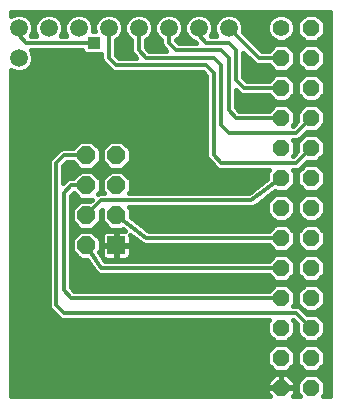
<source format=gbl>
G75*
%MOIN*%
%OFA0B0*%
%FSLAX24Y24*%
%IPPOS*%
%LPD*%
%AMOC8*
5,1,8,0,0,1.08239X$1,22.5*
%
%ADD10R,0.0600X0.0600*%
%ADD11OC8,0.0600*%
%ADD12C,0.0560*%
%ADD13OC8,0.0560*%
%ADD14C,0.0160*%
%ADD15C,0.0591*%
%ADD16C,0.0120*%
%ADD17R,0.0396X0.0396*%
D10*
X004680Y006430D03*
D11*
X004680Y007430D03*
X004680Y008430D03*
X004680Y009430D03*
X003680Y009430D03*
X003680Y008430D03*
X003680Y007430D03*
X003680Y006430D03*
D12*
X010180Y013680D03*
D13*
X010180Y012680D03*
X010180Y011680D03*
X010180Y010680D03*
X010180Y009680D03*
X010180Y008680D03*
X010180Y007680D03*
X010180Y006680D03*
X010180Y005680D03*
X010180Y004680D03*
X010180Y003680D03*
X010180Y002680D03*
X010180Y001680D03*
X011180Y001680D03*
X011180Y002680D03*
X011180Y003680D03*
X011180Y004680D03*
X011180Y005680D03*
X011180Y006680D03*
X011180Y007680D03*
X011180Y008680D03*
X011180Y009680D03*
X011180Y010680D03*
X011180Y011680D03*
X011180Y012680D03*
X011180Y013680D03*
D14*
X001160Y012278D02*
X001160Y001410D01*
X009799Y001410D01*
X009720Y001489D01*
X009720Y001670D01*
X010170Y001670D01*
X010170Y001690D01*
X010170Y002140D01*
X009989Y002140D01*
X009720Y001871D01*
X009720Y001690D01*
X010170Y001690D01*
X010190Y001690D01*
X010190Y002140D01*
X010371Y002140D01*
X010640Y001871D01*
X010640Y001690D01*
X010190Y001690D01*
X010190Y001670D01*
X010640Y001670D01*
X010640Y001489D01*
X010561Y001410D01*
X010799Y001410D01*
X010720Y001489D01*
X010720Y001871D01*
X010989Y002140D01*
X011371Y002140D01*
X011640Y001871D01*
X011640Y001489D01*
X011561Y001410D01*
X011820Y001410D01*
X011820Y014196D01*
X001160Y014196D01*
X001160Y014082D01*
X001161Y014083D01*
X001335Y014155D01*
X001525Y014155D01*
X001699Y014083D01*
X001833Y013949D01*
X001905Y013775D01*
X001905Y013585D01*
X001837Y013420D01*
X002023Y013420D01*
X001955Y013585D01*
X001955Y013775D01*
X002027Y013949D01*
X002161Y014083D01*
X002335Y014155D01*
X002525Y014155D01*
X002699Y014083D01*
X002833Y013949D01*
X002905Y013775D01*
X002905Y013585D01*
X002837Y013420D01*
X003023Y013420D01*
X002955Y013585D01*
X002955Y013775D01*
X003027Y013949D01*
X003161Y014083D01*
X003335Y014155D01*
X003525Y014155D01*
X003699Y014083D01*
X003833Y013949D01*
X003905Y013775D01*
X003905Y013585D01*
X003894Y013558D01*
X003966Y013558D01*
X003955Y013585D01*
X003955Y013775D01*
X004027Y013949D01*
X004161Y014083D01*
X004335Y014155D01*
X004525Y014155D01*
X004699Y014083D01*
X004833Y013949D01*
X004905Y013775D01*
X004905Y013585D01*
X004833Y013411D01*
X004699Y013277D01*
X004670Y013265D01*
X004670Y012779D01*
X004779Y012670D01*
X005351Y012670D01*
X005294Y012727D01*
X005227Y012794D01*
X005190Y012882D01*
X005190Y013265D01*
X005161Y013277D01*
X005027Y013411D01*
X004955Y013585D01*
X004955Y013775D01*
X005027Y013949D01*
X005161Y014083D01*
X005335Y014155D01*
X005525Y014155D01*
X005699Y014083D01*
X005833Y013949D01*
X005905Y013775D01*
X005905Y013585D01*
X005833Y013411D01*
X005699Y013277D01*
X005670Y013265D01*
X005670Y013029D01*
X005779Y012920D01*
X006351Y012920D01*
X006294Y012977D01*
X006227Y013044D01*
X006190Y013132D01*
X006190Y013265D01*
X006161Y013277D01*
X006027Y013411D01*
X005955Y013585D01*
X005955Y013775D01*
X006027Y013949D01*
X006161Y014083D01*
X006335Y014155D01*
X006525Y014155D01*
X006699Y014083D01*
X006833Y013949D01*
X006905Y013775D01*
X006905Y013585D01*
X006833Y013411D01*
X006699Y013277D01*
X006680Y013269D01*
X006779Y013170D01*
X007351Y013170D01*
X007302Y013219D01*
X007161Y013277D01*
X007027Y013411D01*
X006955Y013585D01*
X006955Y013775D01*
X007027Y013949D01*
X007161Y014083D01*
X007335Y014155D01*
X007525Y014155D01*
X007699Y014083D01*
X007833Y013949D01*
X007905Y013775D01*
X007905Y013585D01*
X007837Y013420D01*
X008023Y013420D01*
X007955Y013585D01*
X007955Y013775D01*
X008027Y013949D01*
X008161Y014083D01*
X008335Y014155D01*
X008525Y014155D01*
X008699Y014083D01*
X008833Y013949D01*
X008905Y013775D01*
X008905Y013585D01*
X008893Y013556D01*
X009529Y012920D01*
X009769Y012920D01*
X009989Y013140D01*
X010371Y013140D01*
X010640Y012871D01*
X010640Y012489D01*
X010371Y012220D01*
X009989Y012220D01*
X009769Y012440D01*
X009382Y012440D01*
X009294Y012477D01*
X008920Y012851D01*
X008920Y012029D01*
X009029Y011920D01*
X009769Y011920D01*
X009989Y012140D01*
X010371Y012140D01*
X010640Y011871D01*
X010640Y011489D01*
X010371Y011220D01*
X009989Y011220D01*
X009769Y011440D01*
X008882Y011440D01*
X008794Y011477D01*
X008670Y011601D01*
X008670Y011029D01*
X008779Y010920D01*
X009769Y010920D01*
X009989Y011140D01*
X010371Y011140D01*
X010640Y010871D01*
X010640Y010489D01*
X010571Y010420D01*
X010581Y010420D01*
X010720Y010559D01*
X010720Y010871D01*
X010989Y011140D01*
X011371Y011140D01*
X011640Y010871D01*
X011640Y010489D01*
X011371Y010220D01*
X011059Y010220D01*
X010883Y010044D01*
X010816Y009977D01*
X010728Y009940D01*
X010571Y009940D01*
X010640Y009871D01*
X010640Y009489D01*
X010650Y009489D01*
X010640Y009489D02*
X010571Y009420D01*
X010581Y009420D01*
X010720Y009559D01*
X010720Y009871D01*
X010989Y010140D01*
X011371Y010140D01*
X011640Y009871D01*
X011640Y009489D01*
X011820Y009489D01*
X011820Y009331D02*
X011481Y009331D01*
X011371Y009220D02*
X011640Y009489D01*
X011640Y009648D02*
X011820Y009648D01*
X011820Y009806D02*
X011640Y009806D01*
X011546Y009965D02*
X011820Y009965D01*
X011820Y010123D02*
X011388Y010123D01*
X011432Y010282D02*
X011820Y010282D01*
X011820Y010440D02*
X011591Y010440D01*
X011640Y010599D02*
X011820Y010599D01*
X011820Y010757D02*
X011640Y010757D01*
X011595Y010916D02*
X011820Y010916D01*
X011820Y011074D02*
X011437Y011074D01*
X011371Y011220D02*
X011640Y011489D01*
X011640Y011871D01*
X011371Y012140D01*
X010989Y012140D01*
X010720Y011871D01*
X010720Y011489D01*
X010989Y011220D01*
X011371Y011220D01*
X011383Y011233D02*
X011820Y011233D01*
X011820Y011391D02*
X011542Y011391D01*
X011640Y011550D02*
X011820Y011550D01*
X011820Y011708D02*
X011640Y011708D01*
X011640Y011867D02*
X011820Y011867D01*
X011820Y012025D02*
X011486Y012025D01*
X011371Y012220D02*
X011640Y012489D01*
X011640Y012871D01*
X011371Y013140D01*
X010989Y013140D01*
X010720Y012871D01*
X010720Y012489D01*
X010989Y012220D01*
X011371Y012220D01*
X011493Y012342D02*
X011820Y012342D01*
X011820Y012184D02*
X008920Y012184D01*
X008920Y012342D02*
X009867Y012342D01*
X009874Y012025D02*
X008924Y012025D01*
X008920Y012501D02*
X009270Y012501D01*
X009112Y012659D02*
X008920Y012659D01*
X008920Y012818D02*
X008953Y012818D01*
X009315Y013135D02*
X009984Y013135D01*
X010088Y013220D02*
X010271Y013220D01*
X010441Y013290D01*
X010570Y013419D01*
X010640Y013588D01*
X010640Y013771D01*
X010570Y013941D01*
X010441Y014070D01*
X010271Y014140D01*
X010088Y014140D01*
X009919Y014070D01*
X009790Y013941D01*
X009720Y013771D01*
X009720Y013588D01*
X009790Y013419D01*
X009919Y013290D01*
X010088Y013220D01*
X009916Y013293D02*
X009156Y013293D01*
X008998Y013452D02*
X009777Y013452D01*
X009720Y013610D02*
X008905Y013610D01*
X008905Y013769D02*
X009720Y013769D01*
X009784Y013927D02*
X008842Y013927D01*
X008693Y014086D02*
X009957Y014086D01*
X010403Y014086D02*
X010935Y014086D01*
X010989Y014140D02*
X010720Y013871D01*
X010720Y013489D01*
X010989Y013220D01*
X011371Y013220D01*
X011640Y013489D01*
X011640Y013871D01*
X011371Y014140D01*
X010989Y014140D01*
X010776Y013927D02*
X010576Y013927D01*
X010640Y013769D02*
X010720Y013769D01*
X010720Y013610D02*
X010640Y013610D01*
X010583Y013452D02*
X010758Y013452D01*
X010916Y013293D02*
X010444Y013293D01*
X010376Y013135D02*
X010984Y013135D01*
X010825Y012976D02*
X010535Y012976D01*
X010640Y012818D02*
X010720Y012818D01*
X010720Y012659D02*
X010640Y012659D01*
X010640Y012501D02*
X010720Y012501D01*
X010867Y012342D02*
X010493Y012342D01*
X010486Y012025D02*
X010874Y012025D01*
X010720Y011867D02*
X010640Y011867D01*
X010640Y011708D02*
X010720Y011708D01*
X010720Y011550D02*
X010640Y011550D01*
X010542Y011391D02*
X010818Y011391D01*
X010977Y011233D02*
X010383Y011233D01*
X010437Y011074D02*
X010923Y011074D01*
X010765Y010916D02*
X010595Y010916D01*
X010640Y010757D02*
X010720Y010757D01*
X010720Y010599D02*
X010640Y010599D01*
X010601Y010440D02*
X010591Y010440D01*
X010962Y010123D02*
X010972Y010123D01*
X010814Y009965D02*
X010787Y009965D01*
X010720Y009806D02*
X010640Y009806D01*
X010640Y009648D02*
X010720Y009648D01*
X011059Y009220D02*
X011371Y009220D01*
X011371Y009140D02*
X010989Y009140D01*
X010720Y008871D01*
X010720Y008489D01*
X010989Y008220D01*
X011371Y008220D01*
X011640Y008489D01*
X011640Y008871D01*
X011371Y009140D01*
X011497Y009014D02*
X011820Y009014D01*
X011820Y009172D02*
X011011Y009172D01*
X011059Y009220D02*
X010883Y009044D01*
X010816Y008977D01*
X010728Y008940D01*
X010571Y008940D01*
X010640Y008871D01*
X010640Y008489D01*
X010371Y008220D01*
X009989Y008220D01*
X009980Y008230D01*
X009338Y007748D01*
X009316Y007727D01*
X009300Y007720D01*
X009286Y007709D01*
X009256Y007702D01*
X009228Y007690D01*
X009210Y007690D01*
X009193Y007686D01*
X009163Y007690D01*
X005099Y007690D01*
X005160Y007629D01*
X005160Y007370D01*
X005760Y006920D01*
X009769Y006920D01*
X009989Y007140D01*
X010371Y007140D01*
X010640Y006871D01*
X010640Y006489D01*
X010371Y006220D01*
X009989Y006220D01*
X009769Y006440D01*
X005697Y006440D01*
X005667Y006436D01*
X005650Y006440D01*
X005632Y006440D01*
X005604Y006452D01*
X005574Y006459D01*
X005560Y006470D01*
X005544Y006477D01*
X005522Y006498D01*
X005155Y006774D01*
X005160Y006754D01*
X005160Y006450D01*
X004700Y006450D01*
X004700Y006410D01*
X005160Y006410D01*
X005160Y006106D01*
X005148Y006061D01*
X005124Y006019D01*
X005091Y005986D01*
X005049Y005962D01*
X005004Y005950D01*
X004700Y005950D01*
X004700Y006410D01*
X004660Y006410D01*
X004660Y005950D01*
X004356Y005950D01*
X004311Y005962D01*
X004269Y005986D01*
X004254Y006001D01*
X004308Y005920D01*
X009769Y005920D01*
X009989Y006140D01*
X010371Y006140D01*
X010640Y005871D01*
X010640Y005489D01*
X010371Y005220D01*
X009989Y005220D01*
X009769Y005440D01*
X004204Y005440D01*
X004180Y005435D01*
X004156Y005440D01*
X004132Y005440D01*
X004110Y005449D01*
X004086Y005454D01*
X004066Y005467D01*
X004044Y005477D01*
X004027Y005494D01*
X004007Y005507D01*
X003993Y005527D01*
X003977Y005544D01*
X003967Y005566D01*
X003712Y005950D01*
X003481Y005950D01*
X003200Y006231D01*
X003200Y006629D01*
X003481Y006910D01*
X003879Y006910D01*
X004160Y006629D01*
X004160Y006231D01*
X004125Y006196D01*
X004211Y006067D01*
X004200Y006106D01*
X004200Y006410D01*
X004660Y006410D01*
X004660Y006450D01*
X004660Y006910D01*
X004356Y006910D01*
X004311Y006898D01*
X004269Y006874D01*
X004236Y006841D01*
X004212Y006799D01*
X004200Y006754D01*
X004200Y006450D01*
X004660Y006450D01*
X004700Y006450D01*
X004700Y006910D01*
X004973Y006910D01*
X004896Y006968D01*
X004879Y006950D01*
X004481Y006950D01*
X004200Y007231D01*
X004200Y007611D01*
X004160Y007571D01*
X004160Y007231D01*
X003879Y006950D01*
X003481Y006950D01*
X003200Y007231D01*
X003200Y007629D01*
X003481Y007910D01*
X003821Y007910D01*
X003861Y007950D01*
X003481Y007950D01*
X003260Y008171D01*
X003170Y008081D01*
X003170Y005029D01*
X003279Y004920D01*
X009769Y004920D01*
X009989Y005140D01*
X010371Y005140D01*
X010640Y004871D01*
X010640Y004489D01*
X010571Y004420D01*
X010728Y004420D01*
X010816Y004383D01*
X011059Y004140D01*
X011371Y004140D01*
X011640Y003871D01*
X011640Y003489D01*
X011371Y003220D01*
X010989Y003220D01*
X010720Y003489D01*
X010720Y003801D01*
X010581Y003940D01*
X010571Y003940D01*
X010640Y003871D01*
X010640Y003489D01*
X010371Y003220D01*
X009989Y003220D01*
X009720Y003489D01*
X009720Y003871D01*
X009789Y003940D01*
X002882Y003940D01*
X002794Y003977D01*
X002727Y004044D01*
X002477Y004294D01*
X002440Y004382D01*
X002440Y009228D01*
X002477Y009316D01*
X002544Y009383D01*
X002794Y009633D01*
X002882Y009670D01*
X003241Y009670D01*
X003481Y009910D01*
X003879Y009910D01*
X004160Y009629D01*
X004160Y009231D01*
X003879Y008950D01*
X003481Y008950D01*
X003241Y009190D01*
X003029Y009190D01*
X002920Y009081D01*
X002920Y008509D01*
X003044Y008633D01*
X003132Y008670D01*
X003241Y008670D01*
X003481Y008910D01*
X003879Y008910D01*
X004160Y008629D01*
X004160Y008231D01*
X004075Y008146D01*
X004132Y008170D01*
X004261Y008170D01*
X004200Y008231D01*
X004200Y008629D01*
X004481Y008910D01*
X004879Y008910D01*
X005160Y008629D01*
X005160Y008231D01*
X005099Y008170D01*
X009100Y008170D01*
X009720Y008635D01*
X009720Y008871D01*
X009789Y008940D01*
X008132Y008940D01*
X008044Y008977D01*
X007794Y009227D01*
X007727Y009294D01*
X007690Y009382D01*
X007690Y012081D01*
X007581Y012190D01*
X004632Y012190D01*
X004544Y012227D01*
X004294Y012477D01*
X004227Y012544D01*
X004190Y012632D01*
X004190Y012802D01*
X003657Y012802D01*
X003552Y012907D01*
X003552Y012940D01*
X001837Y012940D01*
X001905Y012775D01*
X001905Y012585D01*
X001833Y012411D01*
X001699Y012277D01*
X001525Y012205D01*
X001335Y012205D01*
X001161Y012277D01*
X001160Y012278D01*
X001160Y012184D02*
X007587Y012184D01*
X007690Y012025D02*
X001160Y012025D01*
X001160Y011867D02*
X007690Y011867D01*
X007690Y011708D02*
X001160Y011708D01*
X001160Y011550D02*
X007690Y011550D01*
X007690Y011391D02*
X001160Y011391D01*
X001160Y011233D02*
X007690Y011233D01*
X007690Y011074D02*
X001160Y011074D01*
X001160Y010916D02*
X007690Y010916D01*
X007690Y010757D02*
X001160Y010757D01*
X001160Y010599D02*
X007690Y010599D01*
X007690Y010440D02*
X001160Y010440D01*
X001160Y010282D02*
X007690Y010282D01*
X007690Y010123D02*
X001160Y010123D01*
X001160Y009965D02*
X007690Y009965D01*
X007690Y009806D02*
X004983Y009806D01*
X004879Y009910D02*
X004481Y009910D01*
X004200Y009629D01*
X004200Y009231D01*
X004481Y008950D01*
X004879Y008950D01*
X005160Y009231D01*
X005160Y009629D01*
X004879Y009910D01*
X005141Y009648D02*
X007690Y009648D01*
X007690Y009489D02*
X005160Y009489D01*
X005160Y009331D02*
X007711Y009331D01*
X007849Y009172D02*
X005101Y009172D01*
X004942Y009014D02*
X008007Y009014D01*
X009168Y008221D02*
X005150Y008221D01*
X005160Y008380D02*
X009379Y008380D01*
X009591Y008538D02*
X005160Y008538D01*
X005092Y008697D02*
X009720Y008697D01*
X009720Y008855D02*
X004934Y008855D01*
X004426Y008855D02*
X003934Y008855D01*
X003942Y009014D02*
X004418Y009014D01*
X004259Y009172D02*
X004101Y009172D01*
X004160Y009331D02*
X004200Y009331D01*
X004200Y009489D02*
X004160Y009489D01*
X004141Y009648D02*
X004219Y009648D01*
X004377Y009806D02*
X003983Y009806D01*
X003377Y009806D02*
X001160Y009806D01*
X001160Y009648D02*
X002828Y009648D01*
X002650Y009489D02*
X001160Y009489D01*
X001160Y009331D02*
X002491Y009331D01*
X002440Y009172D02*
X001160Y009172D01*
X001160Y009014D02*
X002440Y009014D01*
X002440Y008855D02*
X001160Y008855D01*
X001160Y008697D02*
X002440Y008697D01*
X002440Y008538D02*
X001160Y008538D01*
X001160Y008380D02*
X002440Y008380D01*
X002440Y008221D02*
X001160Y008221D01*
X001160Y008063D02*
X002440Y008063D01*
X002440Y007904D02*
X001160Y007904D01*
X001160Y007746D02*
X002440Y007746D01*
X002440Y007587D02*
X001160Y007587D01*
X001160Y007429D02*
X002440Y007429D01*
X002440Y007270D02*
X001160Y007270D01*
X001160Y007112D02*
X002440Y007112D01*
X002440Y006953D02*
X001160Y006953D01*
X001160Y006795D02*
X002440Y006795D01*
X002440Y006636D02*
X001160Y006636D01*
X001160Y006478D02*
X002440Y006478D01*
X002440Y006319D02*
X001160Y006319D01*
X001160Y006161D02*
X002440Y006161D01*
X002440Y006002D02*
X001160Y006002D01*
X001160Y005844D02*
X002440Y005844D01*
X002440Y005685D02*
X001160Y005685D01*
X001160Y005527D02*
X002440Y005527D01*
X002440Y005368D02*
X001160Y005368D01*
X001160Y005210D02*
X002440Y005210D01*
X002440Y005051D02*
X001160Y005051D01*
X001160Y004893D02*
X002440Y004893D01*
X002440Y004734D02*
X001160Y004734D01*
X001160Y004576D02*
X002440Y004576D01*
X002440Y004417D02*
X001160Y004417D01*
X001160Y004259D02*
X002512Y004259D01*
X002671Y004100D02*
X001160Y004100D01*
X001160Y003942D02*
X002879Y003942D01*
X003170Y005051D02*
X009900Y005051D01*
X009841Y005368D02*
X003170Y005368D01*
X003170Y005210D02*
X011820Y005210D01*
X011820Y005368D02*
X011519Y005368D01*
X011640Y005489D02*
X011371Y005220D01*
X010989Y005220D01*
X010720Y005489D01*
X010720Y005871D01*
X010989Y006140D01*
X011371Y006140D01*
X011640Y005871D01*
X011640Y005489D01*
X011640Y005527D02*
X011820Y005527D01*
X011820Y005685D02*
X011640Y005685D01*
X011640Y005844D02*
X011820Y005844D01*
X011820Y006002D02*
X011509Y006002D01*
X011371Y006220D02*
X011640Y006489D01*
X011640Y006871D01*
X011371Y007140D01*
X010989Y007140D01*
X010720Y006871D01*
X010720Y006489D01*
X010989Y006220D01*
X011371Y006220D01*
X011470Y006319D02*
X011820Y006319D01*
X011820Y006161D02*
X005160Y006161D01*
X005160Y006319D02*
X009890Y006319D01*
X009851Y006002D02*
X005107Y006002D01*
X004700Y006002D02*
X004660Y006002D01*
X004660Y006161D02*
X004700Y006161D01*
X004700Y006319D02*
X004660Y006319D01*
X004660Y006478D02*
X004700Y006478D01*
X004700Y006636D02*
X004660Y006636D01*
X004660Y006795D02*
X004700Y006795D01*
X004478Y006953D02*
X003882Y006953D01*
X003994Y006795D02*
X004211Y006795D01*
X004200Y006636D02*
X004153Y006636D01*
X004160Y006478D02*
X004200Y006478D01*
X004200Y006319D02*
X004160Y006319D01*
X004148Y006161D02*
X004200Y006161D01*
X003888Y005685D02*
X003170Y005685D01*
X003170Y005527D02*
X003994Y005527D01*
X003783Y005844D02*
X003170Y005844D01*
X003170Y006002D02*
X003429Y006002D01*
X003271Y006161D02*
X003170Y006161D01*
X003170Y006319D02*
X003200Y006319D01*
X003200Y006478D02*
X003170Y006478D01*
X003170Y006636D02*
X003207Y006636D01*
X003170Y006795D02*
X003366Y006795D01*
X003478Y006953D02*
X003170Y006953D01*
X003170Y007112D02*
X003320Y007112D01*
X003200Y007270D02*
X003170Y007270D01*
X003170Y007429D02*
X003200Y007429D01*
X003200Y007587D02*
X003170Y007587D01*
X003170Y007746D02*
X003317Y007746D01*
X003170Y007904D02*
X003475Y007904D01*
X003369Y008063D02*
X003170Y008063D01*
X002949Y008538D02*
X002920Y008538D01*
X002920Y008697D02*
X003268Y008697D01*
X003426Y008855D02*
X002920Y008855D01*
X002920Y009014D02*
X003418Y009014D01*
X003259Y009172D02*
X003011Y009172D01*
X004092Y008697D02*
X004268Y008697D01*
X004200Y008538D02*
X004160Y008538D01*
X004160Y008380D02*
X004200Y008380D01*
X004210Y008221D02*
X004150Y008221D01*
X004176Y007587D02*
X004200Y007587D01*
X004200Y007429D02*
X004160Y007429D01*
X004160Y007270D02*
X004200Y007270D01*
X004320Y007112D02*
X004040Y007112D01*
X004882Y006953D02*
X004916Y006953D01*
X005160Y006636D02*
X005339Y006636D01*
X005160Y006478D02*
X005543Y006478D01*
X005716Y006953D02*
X009802Y006953D01*
X009961Y007112D02*
X005505Y007112D01*
X005293Y007270D02*
X009939Y007270D01*
X009989Y007220D02*
X009720Y007489D01*
X009720Y007871D01*
X009989Y008140D01*
X010371Y008140D01*
X010640Y007871D01*
X010640Y007489D01*
X010371Y007220D01*
X009989Y007220D01*
X009781Y007429D02*
X005160Y007429D01*
X005160Y007587D02*
X009720Y007587D01*
X009720Y007746D02*
X009335Y007746D01*
X009545Y007904D02*
X009753Y007904D01*
X009757Y008063D02*
X009912Y008063D01*
X009968Y008221D02*
X009988Y008221D01*
X010372Y008221D02*
X010988Y008221D01*
X010989Y008140D02*
X010720Y007871D01*
X010720Y007489D01*
X010989Y007220D01*
X011371Y007220D01*
X011640Y007489D01*
X011640Y007871D01*
X011371Y008140D01*
X010989Y008140D01*
X010912Y008063D02*
X010448Y008063D01*
X010607Y007904D02*
X010753Y007904D01*
X010720Y007746D02*
X010640Y007746D01*
X010640Y007587D02*
X010720Y007587D01*
X010781Y007429D02*
X010579Y007429D01*
X010421Y007270D02*
X010939Y007270D01*
X010961Y007112D02*
X010399Y007112D01*
X010558Y006953D02*
X010802Y006953D01*
X010720Y006795D02*
X010640Y006795D01*
X010640Y006636D02*
X010720Y006636D01*
X010732Y006478D02*
X010628Y006478D01*
X010470Y006319D02*
X010890Y006319D01*
X010851Y006002D02*
X010509Y006002D01*
X010640Y005844D02*
X010720Y005844D01*
X010720Y005685D02*
X010640Y005685D01*
X010640Y005527D02*
X010720Y005527D01*
X010841Y005368D02*
X010519Y005368D01*
X010460Y005051D02*
X010900Y005051D01*
X010989Y005140D02*
X010720Y004871D01*
X010720Y004489D01*
X010989Y004220D01*
X011371Y004220D01*
X011640Y004489D01*
X011640Y004871D01*
X011371Y005140D01*
X010989Y005140D01*
X010742Y004893D02*
X010618Y004893D01*
X010640Y004734D02*
X010720Y004734D01*
X010720Y004576D02*
X010640Y004576D01*
X010735Y004417D02*
X010792Y004417D01*
X010941Y004259D02*
X010951Y004259D01*
X010720Y003783D02*
X010640Y003783D01*
X010640Y003625D02*
X010720Y003625D01*
X010743Y003466D02*
X010617Y003466D01*
X010458Y003308D02*
X010902Y003308D01*
X010989Y003140D02*
X010720Y002871D01*
X010720Y002489D01*
X010989Y002220D01*
X011371Y002220D01*
X011640Y002489D01*
X011640Y002871D01*
X011371Y003140D01*
X010989Y003140D01*
X010840Y002991D02*
X010520Y002991D01*
X010640Y002871D02*
X010371Y003140D01*
X009989Y003140D01*
X009720Y002871D01*
X009720Y002489D01*
X009989Y002220D01*
X010371Y002220D01*
X010640Y002489D01*
X010640Y002871D01*
X010640Y002832D02*
X010720Y002832D01*
X010720Y002674D02*
X010640Y002674D01*
X010640Y002515D02*
X010720Y002515D01*
X010853Y002357D02*
X010507Y002357D01*
X010471Y002040D02*
X010889Y002040D01*
X010730Y001881D02*
X010630Y001881D01*
X010640Y001723D02*
X010720Y001723D01*
X010720Y001564D02*
X010640Y001564D01*
X010190Y001723D02*
X010170Y001723D01*
X010170Y001881D02*
X010190Y001881D01*
X010190Y002040D02*
X010170Y002040D01*
X009889Y002040D02*
X001160Y002040D01*
X001160Y002198D02*
X011820Y002198D01*
X011820Y002040D02*
X011471Y002040D01*
X011630Y001881D02*
X011820Y001881D01*
X011820Y001723D02*
X011640Y001723D01*
X011640Y001564D02*
X011820Y001564D01*
X011820Y002357D02*
X011507Y002357D01*
X011640Y002515D02*
X011820Y002515D01*
X011820Y002674D02*
X011640Y002674D01*
X011640Y002832D02*
X011820Y002832D01*
X011820Y002991D02*
X011520Y002991D01*
X011458Y003308D02*
X011820Y003308D01*
X011820Y003466D02*
X011617Y003466D01*
X011640Y003625D02*
X011820Y003625D01*
X011820Y003783D02*
X011640Y003783D01*
X011569Y003942D02*
X011820Y003942D01*
X011820Y004100D02*
X011411Y004100D01*
X011409Y004259D02*
X011820Y004259D01*
X011820Y004417D02*
X011568Y004417D01*
X011640Y004576D02*
X011820Y004576D01*
X011820Y004734D02*
X011640Y004734D01*
X011618Y004893D02*
X011820Y004893D01*
X011820Y005051D02*
X011460Y005051D01*
X011628Y006478D02*
X011820Y006478D01*
X011820Y006636D02*
X011640Y006636D01*
X011640Y006795D02*
X011820Y006795D01*
X011820Y006953D02*
X011558Y006953D01*
X011399Y007112D02*
X011820Y007112D01*
X011820Y007270D02*
X011421Y007270D01*
X011579Y007429D02*
X011820Y007429D01*
X011820Y007587D02*
X011640Y007587D01*
X011640Y007746D02*
X011820Y007746D01*
X011820Y007904D02*
X011607Y007904D01*
X011448Y008063D02*
X011820Y008063D01*
X011820Y008221D02*
X011372Y008221D01*
X011530Y008380D02*
X011820Y008380D01*
X011820Y008538D02*
X011640Y008538D01*
X011640Y008697D02*
X011820Y008697D01*
X011820Y008855D02*
X011640Y008855D01*
X010863Y009014D02*
X010853Y009014D01*
X010720Y008855D02*
X010640Y008855D01*
X010640Y008697D02*
X010720Y008697D01*
X010720Y008538D02*
X010640Y008538D01*
X010530Y008380D02*
X010830Y008380D01*
X009923Y011074D02*
X008670Y011074D01*
X008670Y011233D02*
X009977Y011233D01*
X009818Y011391D02*
X008670Y011391D01*
X008670Y011550D02*
X008721Y011550D01*
X009473Y012976D02*
X009825Y012976D01*
X011376Y013135D02*
X011820Y013135D01*
X011820Y013293D02*
X011444Y013293D01*
X011602Y013452D02*
X011820Y013452D01*
X011820Y013610D02*
X011640Y013610D01*
X011640Y013769D02*
X011820Y013769D01*
X011820Y013927D02*
X011584Y013927D01*
X011425Y014086D02*
X011820Y014086D01*
X011820Y012976D02*
X011535Y012976D01*
X011640Y012818D02*
X011820Y012818D01*
X011820Y012659D02*
X011640Y012659D01*
X011640Y012501D02*
X011820Y012501D01*
X008167Y014086D02*
X007693Y014086D01*
X007842Y013927D02*
X008018Y013927D01*
X007955Y013769D02*
X007905Y013769D01*
X007905Y013610D02*
X007955Y013610D01*
X008010Y013452D02*
X007850Y013452D01*
X007145Y013293D02*
X006715Y013293D01*
X006850Y013452D02*
X007010Y013452D01*
X006955Y013610D02*
X006905Y013610D01*
X006905Y013769D02*
X006955Y013769D01*
X007018Y013927D02*
X006842Y013927D01*
X006693Y014086D02*
X007167Y014086D01*
X006167Y014086D02*
X005693Y014086D01*
X005842Y013927D02*
X006018Y013927D01*
X005955Y013769D02*
X005905Y013769D01*
X005905Y013610D02*
X005955Y013610D01*
X006010Y013452D02*
X005850Y013452D01*
X005715Y013293D02*
X006145Y013293D01*
X006190Y013135D02*
X005670Y013135D01*
X005723Y012976D02*
X006295Y012976D01*
X005217Y012818D02*
X004670Y012818D01*
X004670Y012976D02*
X005190Y012976D01*
X005190Y013135D02*
X004670Y013135D01*
X004715Y013293D02*
X005145Y013293D01*
X005010Y013452D02*
X004850Y013452D01*
X004905Y013610D02*
X004955Y013610D01*
X004955Y013769D02*
X004905Y013769D01*
X004842Y013927D02*
X005018Y013927D01*
X005167Y014086D02*
X004693Y014086D01*
X004167Y014086D02*
X003693Y014086D01*
X003842Y013927D02*
X004018Y013927D01*
X003955Y013769D02*
X003905Y013769D01*
X003905Y013610D02*
X003955Y013610D01*
X003642Y012818D02*
X001887Y012818D01*
X001905Y012659D02*
X004190Y012659D01*
X004270Y012501D02*
X001870Y012501D01*
X001764Y012342D02*
X004429Y012342D01*
X003018Y013927D02*
X002842Y013927D01*
X002905Y013769D02*
X002955Y013769D01*
X002955Y013610D02*
X002905Y013610D01*
X002850Y013452D02*
X003010Y013452D01*
X003167Y014086D02*
X002693Y014086D01*
X002167Y014086D02*
X001693Y014086D01*
X001842Y013927D02*
X002018Y013927D01*
X001955Y013769D02*
X001905Y013769D01*
X001905Y013610D02*
X001955Y013610D01*
X002010Y013452D02*
X001850Y013452D01*
X001167Y014086D02*
X001160Y014086D01*
X001160Y003783D02*
X009720Y003783D01*
X009720Y003625D02*
X001160Y003625D01*
X001160Y003466D02*
X009743Y003466D01*
X009902Y003308D02*
X001160Y003308D01*
X001160Y003149D02*
X011820Y003149D01*
X009840Y002991D02*
X001160Y002991D01*
X001160Y002832D02*
X009720Y002832D01*
X009720Y002674D02*
X001160Y002674D01*
X001160Y002515D02*
X009720Y002515D01*
X009853Y002357D02*
X001160Y002357D01*
X001160Y001881D02*
X009730Y001881D01*
X009720Y001723D02*
X001160Y001723D01*
X001160Y001564D02*
X009720Y001564D01*
D15*
X007680Y003180D03*
X003930Y003180D03*
X004680Y010930D03*
X004430Y013680D03*
X003430Y013680D03*
X002430Y013680D03*
X001430Y013680D03*
X001430Y012680D03*
X001430Y011680D03*
X005430Y013680D03*
X006430Y013680D03*
X007430Y013680D03*
X008430Y013680D03*
D16*
X009430Y012680D01*
X010180Y012680D01*
X010180Y011680D02*
X008930Y011680D01*
X008680Y011930D01*
X008680Y012930D01*
X008430Y013180D01*
X007680Y013180D01*
X007430Y013430D01*
X007430Y013680D01*
X006680Y012930D02*
X006430Y013180D01*
X006430Y013680D01*
X006680Y012930D02*
X008180Y012930D01*
X008430Y012680D01*
X008430Y010930D01*
X008680Y010680D01*
X010180Y010680D01*
X010680Y010180D02*
X008430Y010180D01*
X008180Y010430D01*
X008180Y012430D01*
X007930Y012680D01*
X005680Y012680D01*
X005430Y012930D01*
X005430Y013680D01*
X004430Y013680D02*
X004430Y012680D01*
X004680Y012430D01*
X007680Y012430D01*
X007930Y012180D01*
X007930Y009430D01*
X008180Y009180D01*
X010680Y009180D01*
X011180Y009680D01*
X010680Y010180D02*
X011180Y010680D01*
X010180Y008680D02*
X009180Y007930D01*
X004180Y007930D01*
X003680Y007430D01*
X003680Y006430D02*
X004180Y005680D01*
X010180Y005680D01*
X010180Y006680D02*
X005680Y006680D01*
X004680Y007430D01*
X003680Y008430D02*
X003180Y008430D01*
X002930Y008180D01*
X002930Y004930D01*
X003180Y004680D01*
X010180Y004680D01*
X010680Y004180D02*
X011180Y003680D01*
X010680Y004180D02*
X002930Y004180D01*
X002680Y004430D01*
X002680Y009180D01*
X002930Y009430D01*
X003680Y009430D01*
X003930Y013180D02*
X001680Y013180D01*
X001430Y013430D01*
X001430Y013680D01*
D17*
X003930Y013180D03*
M02*

</source>
